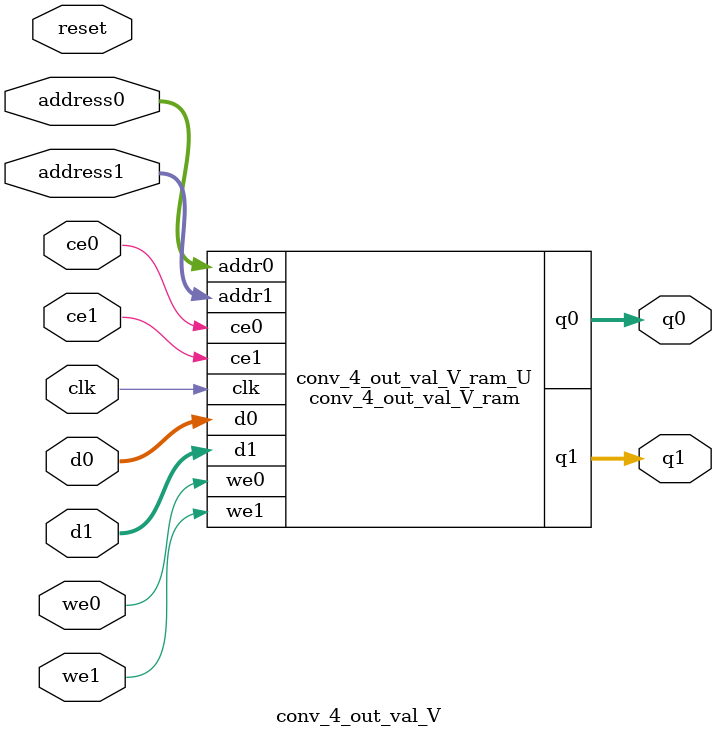
<source format=v>

`timescale 1 ns / 1 ps
module conv_4_out_val_V_ram (addr0, ce0, d0, we0, q0, addr1, ce1, d1, we1, q1,  clk);

parameter DWIDTH = 16;
parameter AWIDTH = 3;
parameter MEM_SIZE = 8;

input[AWIDTH-1:0] addr0;
input ce0;
input[DWIDTH-1:0] d0;
input we0;
output reg[DWIDTH-1:0] q0;
input[AWIDTH-1:0] addr1;
input ce1;
input[DWIDTH-1:0] d1;
input we1;
output reg[DWIDTH-1:0] q1;
input clk;

(* ram_style = "block" *)reg [DWIDTH-1:0] ram[0:MEM_SIZE-1];




always @(posedge clk)  
begin 
    if (ce0) 
    begin
        if (we0) 
        begin 
            ram[addr0] <= d0; 
            q0 <= d0;
        end 
        else 
            q0 <= ram[addr0];
    end
end


always @(posedge clk)  
begin 
    if (ce1) 
    begin
        if (we1) 
        begin 
            ram[addr1] <= d1; 
            q1 <= d1;
        end 
        else 
            q1 <= ram[addr1];
    end
end


endmodule


`timescale 1 ns / 1 ps
module conv_4_out_val_V(
    reset,
    clk,
    address0,
    ce0,
    we0,
    d0,
    q0,
    address1,
    ce1,
    we1,
    d1,
    q1);

parameter DataWidth = 32'd16;
parameter AddressRange = 32'd8;
parameter AddressWidth = 32'd3;
input reset;
input clk;
input[AddressWidth - 1:0] address0;
input ce0;
input we0;
input[DataWidth - 1:0] d0;
output[DataWidth - 1:0] q0;
input[AddressWidth - 1:0] address1;
input ce1;
input we1;
input[DataWidth - 1:0] d1;
output[DataWidth - 1:0] q1;



conv_4_out_val_V_ram conv_4_out_val_V_ram_U(
    .clk( clk ),
    .addr0( address0 ),
    .ce0( ce0 ),
    .d0( d0 ),
    .we0( we0 ),
    .q0( q0 ),
    .addr1( address1 ),
    .ce1( ce1 ),
    .d1( d1 ),
    .we1( we1 ),
    .q1( q1 ));

endmodule


</source>
